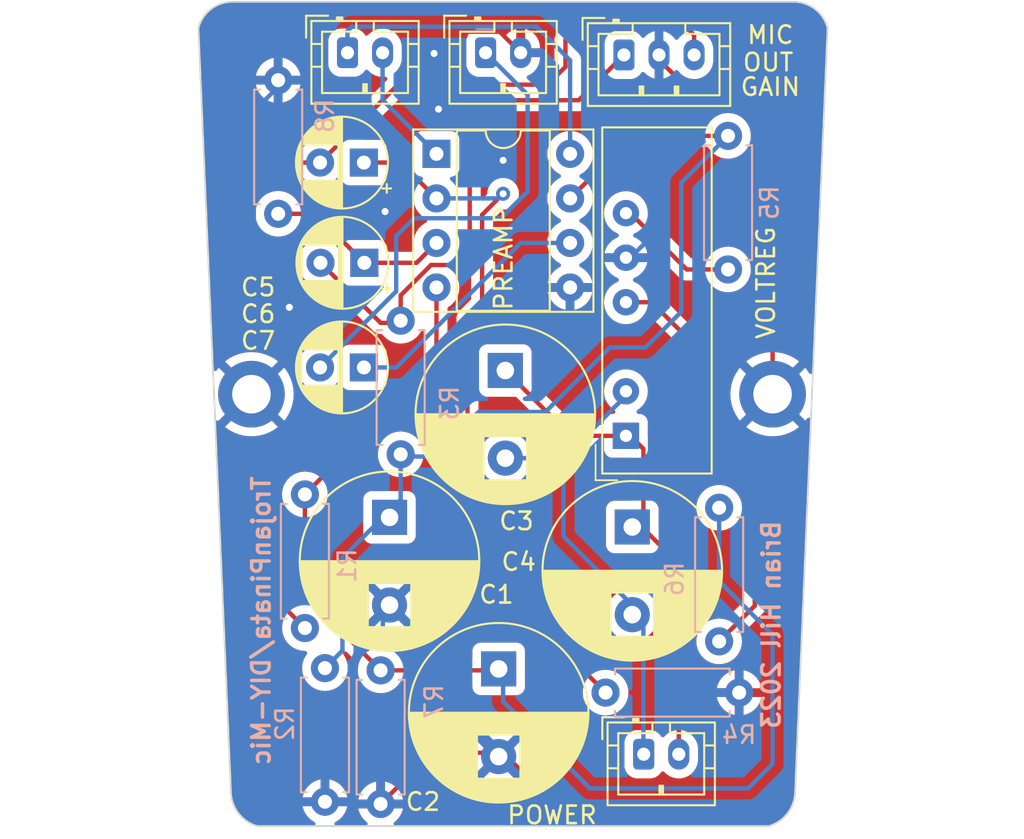
<source format=kicad_pcb>
(kicad_pcb (version 20221018) (generator pcbnew)
  (layers (0 "F.Cu" signal) (31 "B.Cu" signal) (34 "B.Paste" user) (35 "F.Paste" user) (36 "B.SilkS" user "B.Silkscreen") (37 "F.SilkS" user "F.Silkscreen") (38 "B.Mask" user) (39 "F.Mask" user) (44 "Edge.Cuts" user))
  (net 0 "")
  (net 1 "Net-(PREAMP1-Pin_7)")
  (net 2 "Net-(MIC1-Pin_2)")
  (net 3 "Net-(PREAMP1-Pin_4)")
  (net 4 "Net-(POWER1-Pin_2)")
  (net 5 "Net-(POWER1-Pin_1)")
  (net 6 "Net-(PREAMP1-Pin_3)")
  (net 7 "Net-(MIC1-Pin_1)")
  (net 8 "Net-(PREAMP1-Pin_2)")
  (net 9 "Net-(MIC1-Pin_3)")
  (net 10 "Net-(PREAMP1-Pin_6)")
  (net 11 "Net-(OUT1-Pin_1)")
  (net 12 "Net-(GAIN1-Pin_1)")
  (net 13 "Net-(GAIN1-Pin_2)")
  (net 14 "Net-(VOLTREG1-VOUT+)")
  (net 15 "Net-(VOLTREG1-VOUT-)")
  (footprint "Capacitor_THT:CP_Radial_D5.0mm_P2.50mm" (layer "F.Cu") (at 63.206 57.531 180)
    (fp_text reference "C5" (at 6.056 -1.397) (layer "F.SilkS"))
    (fp_text value "22uF")
    (pad "1" thru_hole rect (at 0 0 180) (size 1.6 1.6) (drill 0.8) (layers "*.Cu" "*.Mask") (net 6 "Net-(PREAMP1-Pin_3)"))
    (pad "2" thru_hole circle (at 2.5 0 180) (size 1.6 1.6) (drill 0.8) (layers "*.Cu" "*.Mask") (net 7 "Net-(MIC1-Pin_1)"))
  )
  (footprint "Capacitor_THT:CP_Radial_D5.0mm_P2.50mm" (layer "F.Cu") (at 63.181113 51.816 180)
    (fp_text reference "C6" (at 6.031113 -8.636) (layer "F.SilkS"))
    (fp_text value "22uF")
    (pad "1" thru_hole rect (at 0 0 180) (size 1.6 1.6) (drill 0.8) (layers "*.Cu" "*.Mask") (net 8 "Net-(PREAMP1-Pin_2)"))
    (pad "2" thru_hole circle (at 2.5 0 180) (size 1.6 1.6) (drill 0.8) (layers "*.Cu" "*.Mask") (net 9 "Net-(MIC1-Pin_3)"))
  )
  (footprint "Capacitor_THT:CP_Radial_D10.0mm_P5.00mm" (layer "F.Cu") (at 71.247 63.672323 -90)
    (fp_text reference "C3" (at 8.590677 -0.635) (layer "F.SilkS"))
    (fp_text value "2200uF")
    (pad "1" thru_hole rect (at 0 0 270) (size 2 2) (drill 1) (layers "*.Cu" "*.Mask") (net 4 "Net-(POWER1-Pin_2)"))
    (pad "2" thru_hole circle (at 5 0 270) (size 2 2) (drill 1) (layers "*.Cu" "*.Mask") (net 5 "Net-(POWER1-Pin_1)"))
  )
  (footprint "Capacitor_THT:CP_Radial_D10.0mm_P5.00mm" (layer "F.Cu") (at 64.643 72.049 -90)
    (fp_text reference "C1" (at 4.399677 -6.096) (layer "F.SilkS"))
    (fp_text value "2200uF")
    (pad "1" thru_hole rect (at 0 0 270) (size 2 2) (drill 1) (layers "*.Cu" "*.Mask") (net 1 "Net-(PREAMP1-Pin_7)"))
    (pad "2" thru_hole circle (at 5 0 270) (size 2 2) (drill 1) (layers "*.Cu" "*.Mask") (net 2 "Net-(MIC1-Pin_2)"))
  )
  (footprint "Capacitor_THT:CP_Radial_D10.0mm_P5.00mm" (layer "F.Cu") (at 70.866 80.690323 -90)
    (fp_text reference "C2" (at 7.574677 4.318) (layer "F.SilkS"))
    (fp_text value "2200uF")
    (pad "1" thru_hole rect (at 0 0 270) (size 2 2) (drill 1) (layers "*.Cu" "*.Mask") (net 3 "Net-(PREAMP1-Pin_4)"))
    (pad "2" thru_hole circle (at 5 0 270) (size 2 2) (drill 1) (layers "*.Cu" "*.Mask") (net 2 "Net-(MIC1-Pin_2)"))
  )
  (footprint "Capacitor_THT:CP_Radial_D5.0mm_P2.50mm" (layer "F.Cu") (at 63.181113 63.5 180)
    (fp_text reference "C7" (at 6.031113 1.524) (layer "F.SilkS"))
    (fp_text value "22uF")
    (pad "1" thru_hole rect (at 0 0 180) (size 1.6 1.6) (drill 0.8) (layers "*.Cu" "*.Mask") (net 10 "Net-(PREAMP1-Pin_6)"))
    (pad "2" thru_hole circle (at 2.5 0 180) (size 1.6 1.6) (drill 0.8) (layers "*.Cu" "*.Mask") (net 11 "Net-(OUT1-Pin_1)"))
  )
  (footprint "Connector_JST:JST_PH_B3B-PH-K_1x03_P2.00mm_Vertical" (layer "F.Cu") (at 78.01 45.678)
    (fp_text reference "MIC" (at 8.35 -1.143) (layer "F.SilkS"))
    (fp_text value "Conn_01x03_Socket")
    (pad "1" thru_hole roundrect (at 0 0) (size 1.2 1.75) (drill 0.75) (layers "*.Cu" "*.Mask") (roundrect_rratio 0.2083333333) (net 7 "Net-(MIC1-Pin_1)"))
    (pad "2" thru_hole oval (at 2 0) (size 1.2 1.75) (drill 0.75) (layers "*.Cu" "*.Mask") (net 2 "Net-(MIC1-Pin_2)"))
    (pad "3" thru_hole oval (at 4 0) (size 1.2 1.75) (drill 0.75) (layers "*.Cu" "*.Mask") (net 9 "Net-(MIC1-Pin_3)"))
  )
  (footprint "Capacitor_THT:CP_Radial_D10.0mm_P5.00mm" (layer "F.Cu") (at 78.486 72.597 -90)
    (fp_text reference "C4" (at 1.986677 6.477) (layer "F.SilkS"))
    (fp_text value "2200uF")
    (pad "1" thru_hole rect (at 0 0 270) (size 2 2) (drill 1) (layers "*.Cu" "*.Mask") (net 4 "Net-(POWER1-Pin_2)"))
    (pad "2" thru_hole circle (at 5 0 270) (size 2 2) (drill 1) (layers "*.Cu" "*.Mask") (net 5 "Net-(POWER1-Pin_1)"))
  )
  (footprint "Connector_JST:JST_PH_B2B-PH-K_1x02_P2.00mm_Vertical" (layer "F.Cu") (at 79.137 85.556)
    (fp_text reference "POWER" (at -5.223 3.471) (layer "F.SilkS"))
    (fp_text value "Conn_01x02_Socket")
    (pad "1" thru_hole roundrect (at 0 0) (size 1.2 1.75) (drill 0.75) (layers "*.Cu" "*.Mask") (roundrect_rratio 0.2083333333) (net 5 "Net-(POWER1-Pin_1)"))
    (pad "2" thru_hole oval (at 2 0) (size 1.2 1.75) (drill 0.75) (layers "*.Cu" "*.Mask") (net 4 "Net-(POWER1-Pin_2)"))
  )
  (footprint "Connector_JST:JST_PH_B2B-PH-K_1x02_P2.00mm_Vertical" (layer "F.Cu") (at 70.12 45.551)
    (fp_text reference "OUT" (at 16.113 0.55) (layer "F.SilkS"))
    (fp_text value "Conn_01x02_Socket")
    (pad "1" thru_hole roundrect (at 0 0) (size 1.2 1.75) (drill 0.75) (layers "*.Cu" "*.Mask") (roundrect_rratio 0.2083333333) (net 11 "Net-(OUT1-Pin_1)"))
    (pad "2" thru_hole oval (at 2 0) (size 1.2 1.75) (drill 0.75) (layers "*.Cu" "*.Mask") (net 2 "Net-(MIC1-Pin_2)"))
  )
  (footprint "MountingHole:MountingHole_2.2mm_M2_DIN965_Pad" (layer "F.Cu") (at 56.769 65.024)
    (fp_text reference "REF**" hide)
    (fp_text value "MountingHole_2.2mm_M2_DIN965_Pad")
    (pad "1" thru_hole circle (at 0 0) (size 3.8 3.8) (drill 2.2) (layers "*.Cu" "*.Mask") (net 2 "Net-(MIC1-Pin_2)"))
  )
  (footprint "Connector_JST:JST_PH_B2B-PH-K_1x02_P2.00mm_Vertical" (layer "F.Cu") (at 62.246 45.551)
    (fp_text reference "GAIN" (at 24.114 1.947) (layer "F.SilkS"))
    (fp_text value "Conn_01x02_Socket")
    (pad "1" thru_hole roundrect (at 0 0) (size 1.2 1.75) (drill 0.75) (layers "*.Cu" "*.Mask") (roundrect_rratio 0.2083333333) (net 12 "Net-(GAIN1-Pin_1)"))
    (pad "2" thru_hole oval (at 2 0) (size 1.2 1.75) (drill 0.75) (layers "*.Cu" "*.Mask") (net 13 "Net-(GAIN1-Pin_2)"))
  )
  (footprint "MountingHole:MountingHole_2.2mm_M2_DIN965_Pad" (layer "F.Cu") (at 86.487 65.024)
    (fp_text reference "REF**" hide)
    (fp_text value "MountingHole_2.2mm_M2_DIN965_Pad")
    (pad "1" thru_hole circle (at 0 0) (size 3.8 3.8) (drill 2.2) (layers "*.Cu" "*.Mask") (net 2 "Net-(MIC1-Pin_2)"))
  )
  (footprint "Converter_DCDC:Converter_DCDC_Murata_NMAxxxxSC_THT" (layer "F.Cu") (at 78.1235 67.3995 180)
    (fp_text reference "VOLTREG" (at -7.9825 8.7255 270) (layer "F.SilkS"))
    (fp_text value "NMA0515SC")
    (pad "1" thru_hole rect (at 0 0 180) (size 1.5 1.5) (drill 0.7) (layers "*.Cu" "*.Mask") (net 4 "Net-(POWER1-Pin_2)"))
    (pad "2" thru_hole oval (at 0 2.54 180) (size 1.5 1.5) (drill 0.7) (layers "*.Cu" "*.Mask") (net 5 "Net-(POWER1-Pin_1)"))
    (pad "4" thru_hole oval (at 0 7.62 180) (size 1.5 1.5) (drill 0.7) (layers "*.Cu" "*.Mask") (net 15 "Net-(VOLTREG1-VOUT-)"))
    (pad "5" thru_hole oval (at 0 10.16 180) (size 1.5 1.5) (drill 0.7) (layers "*.Cu" "*.Mask") (net 2 "Net-(MIC1-Pin_2)"))
    (pad "6" thru_hole oval (at 0 12.7 180) (size 1.5 1.5) (drill 0.7) (layers "*.Cu" "*.Mask") (net 14 "Net-(VOLTREG1-VOUT+)"))
  )
  (footprint "Package_DIP:DIP-8_W7.62mm_Socket" (layer "F.Cu") (at 67.32 51.318)
    (fp_text reference "PREAMP" (at 3.82 5.959 90) (layer "F.SilkS"))
    (fp_text value "THAT1512")
    (pad "1" thru_hole rect (at 0 0) (size 1.6 1.6) (drill 0.8) (layers "*.Cu" "*.Mask") (net 13 "Net-(GAIN1-Pin_2)"))
    (pad "2" thru_hole oval (at 0 2.54) (size 1.6 1.6) (drill 0.8) (layers "*.Cu" "*.Mask") (net 8 "Net-(PREAMP1-Pin_2)"))
    (pad "3" thru_hole oval (at 0 5.08) (size 1.6 1.6) (drill 0.8) (layers "*.Cu" "*.Mask") (net 6 "Net-(PREAMP1-Pin_3)"))
    (pad "4" thru_hole oval (at 0 7.62) (size 1.6 1.6) (drill 0.8) (layers "*.Cu" "*.Mask") (net 3 "Net-(PREAMP1-Pin_4)"))
    (pad "5" thru_hole oval (at 7.62 7.62) (size 1.6 1.6) (drill 0.8) (layers "*.Cu" "*.Mask") (net 2 "Net-(MIC1-Pin_2)"))
    (pad "6" thru_hole oval (at 7.62 5.08) (size 1.6 1.6) (drill 0.8) (layers "*.Cu" "*.Mask") (net 10 "Net-(PREAMP1-Pin_6)"))
    (pad "7" thru_hole oval (at 7.62 2.54) (size 1.6 1.6) (drill 0.8) (layers "*.Cu" "*.Mask") (net 1 "Net-(PREAMP1-Pin_7)"))
    (pad "8" thru_hole oval (at 7.62 0) (size 1.6 1.6) (drill 0.8) (layers "*.Cu" "*.Mask") (net 12 "Net-(GAIN1-Pin_1)"))
  )
  (footprint "Resistor_THT:R_Axial_DIN0207_L6.3mm_D2.5mm_P7.62mm_Horizontal" (layer "B.Cu") (at 83.439 79.121 90)
    (fp_text reference "R6" (at 3.556 -2.54 90) (layer "B.SilkS") (effects (justify mirror)))
    (fp_text value "100")
    (pad "1" thru_hole circle (at 0 0 90) (size 1.6 1.6) (drill 0.8) (layers "*.Cu" "*.Mask") (net 15 "Net-(VOLTREG1-VOUT-)"))
    (pad "2" thru_hole oval (at 7.62 0 90) (size 1.6 1.6) (drill 0.8) (layers "*.Cu" "*.Mask") (net 3 "Net-(PREAMP1-Pin_4)"))
  )
  (footprint "Resistor_THT:R_Axial_DIN0207_L6.3mm_D2.5mm_P7.62mm_Horizontal" (layer "B.Cu") (at 60.96 80.645 -90)
    (fp_text reference "R2" (at 3.175 2.286 90) (layer "B.SilkS") (effects (justify mirror)))
    (fp_text value "2.2k")
    (pad "1" thru_hole circle (at 0 0 270) (size 1.6 1.6) (drill 0.8) (layers "*.Cu" "*.Mask") (net 1 "Net-(PREAMP1-Pin_7)"))
    (pad "2" thru_hole oval (at 7.62 0 270) (size 1.6 1.6) (drill 0.8) (layers "*.Cu" "*.Mask") (net 2 "Net-(MIC1-Pin_2)"))
  )
  (footprint "Resistor_THT:R_Axial_DIN0207_L6.3mm_D2.5mm_P7.62mm_Horizontal" (layer "B.Cu") (at 64.135 80.772 -90)
    (fp_text reference "R7" (at 1.778 -3.048 90) (layer "B.SilkS") (effects (justify mirror)))
    (fp_text value "2.2k")
    (pad "1" thru_hole circle (at 0 0 270) (size 1.6 1.6) (drill 0.8) (layers "*.Cu" "*.Mask") (net 3 "Net-(PREAMP1-Pin_4)"))
    (pad "2" thru_hole oval (at 7.62 0 270) (size 1.6 1.6) (drill 0.8) (layers "*.Cu" "*.Mask") (net 2 "Net-(MIC1-Pin_2)"))
  )
  (footprint "Resistor_THT:R_Axial_DIN0207_L6.3mm_D2.5mm_P7.62mm_Horizontal" (layer "B.Cu") (at 83.947 57.912 90)
    (fp_text reference "R5" (at 3.81 2.37 90) (layer "B.SilkS") (effects (justify mirror)))
    (fp_text value "100")
    (pad "1" thru_hole circle (at 0 0 90) (size 1.6 1.6) (drill 0.8) (layers "*.Cu" "*.Mask") (net 14 "Net-(VOLTREG1-VOUT+)"))
    (pad "2" thru_hole oval (at 7.62 0 90) (size 1.6 1.6) (drill 0.8) (layers "*.Cu" "*.Mask") (net 1 "Net-(PREAMP1-Pin_7)"))
  )
  (footprint "Resistor_THT:R_Axial_DIN0207_L6.3mm_D2.5mm_P7.62mm_Horizontal" (layer "B.Cu") (at 58.293 54.737 90)
    (fp_text reference "R8" (at 5.588 2.667 90) (layer "B.SilkS") (effects (justify mirror)))
    (fp_text value "3.9k")
    (pad "1" thru_hole circle (at 0 0 90) (size 1.6 1.6) (drill 0.8) (layers "*.Cu" "*.Mask") (net 6 "Net-(PREAMP1-Pin_3)"))
    (pad "2" thru_hole oval (at 7.62 0 90) (size 1.6 1.6) (drill 0.8) (layers "*.Cu" "*.Mask") (net 2 "Net-(MIC1-Pin_2)"))
  )
  (footprint "Resistor_THT:R_Axial_DIN0207_L6.3mm_D2.5mm_P7.62mm_Horizontal" (layer "B.Cu") (at 59.817 70.739 -90)
    (fp_text reference "R1" (at 4.064 -2.413 90) (layer "B.SilkS") (effects (justify mirror)))
    (fp_text value "2.2k")
    (pad "1" thru_hole circle (at 0 0 270) (size 1.6 1.6) (drill 0.8) (layers "*.Cu" "*.Mask") (net 3 "Net-(PREAMP1-Pin_4)"))
    (pad "2" thru_hole oval (at 7.62 0 270) (size 1.6 1.6) (drill 0.8) (layers "*.Cu" "*.Mask") (net 9 "Net-(MIC1-Pin_3)"))
  )
  (footprint "Resistor_THT:R_Axial_DIN0207_L6.3mm_D2.5mm_P7.62mm_Horizontal" (layer "B.Cu") (at 76.962 82.042)
    (fp_text reference "R4" (at 7.62 2.413) (layer "B.SilkS") (effects (justify mirror)))
    (fp_text value "3.9k")
    (pad "1" thru_hole circle (at 0 0) (size 1.6 1.6) (drill 0.8) (layers "*.Cu" "*.Mask") (net 8 "Net-(PREAMP1-Pin_2)"))
    (pad "2" thru_hole oval (at 7.62 0) (size 1.6 1.6) (drill 0.8) (layers "*.Cu" "*.Mask") (net 2 "Net-(MIC1-Pin_2)"))
  )
  (footprint "Resistor_THT:R_Axial_DIN0207_L6.3mm_D2.5mm_P7.62mm_Horizontal" (layer "B.Cu") (at 65.278 68.453 90)
    (fp_text reference "R3" (at 2.921 2.794 90) (layer "B.SilkS") (effects (justify mirror)))
    (fp_text value "2.2k")
    (pad "1" thru_hole circle (at 0 0 90) (size 1.6 1.6) (drill 0.8) (layers "*.Cu" "*.Mask") (net 1 "Net-(PREAMP1-Pin_7)"))
    (pad "2" thru_hole oval (at 7.62 0 90) (size 1.6 1.6) (drill 0.8) (layers "*.Cu" "*.Mask") (net 7 "Net-(MIC1-Pin_1)"))
  )
  (gr_arc (start 87.77 87.65) (mid 87.354752 88.898661) (end 86.274408 89.649956) (stroke (width 0.1)) (layer "Edge.Cuts"))
  (gr_line (start 89.620499 44.146172) (end 87.77 87.65) (stroke (width 0.1)) (layer "Edge.Cuts"))
  (gr_arc (start 57.096134 89.650115) (mid 56.015418 88.898887) (end 55.6 87.65) (stroke (width 0.1)) (layer "Edge.Cuts"))
  (gr_arc (start 53.748916 44.148424) (mid 54.460899 43.068363) (end 55.685 42.65) (stroke (width 0.1)) (layer "Edge.Cuts"))
  (gr_arc (start 87.685 42.65) (mid 88.908181 43.067651) (end 89.620499 44.146172) (stroke (width 0.1)) (layer "Edge.Cuts"))
  (gr_line (start 71.685 89.65) (end 86.274408 89.649956) (stroke (width 0.1)) (layer "Edge.Cuts"))
  (gr_line (start 55.685 42.65) (end 87.685 42.65) (stroke (width 0.1)) (layer "Edge.Cuts"))
  (gr_line (start 71.685 89.65) (end 57.096134 89.650115) (stroke (width 0.1)) (layer "Edge.Cuts"))
  (gr_line (start 55.6 87.65) (end 53.748916 44.148424) (stroke (width 0.1)) (layer "Edge.Cuts"))
  (gr_text "TrojanPinata/DIY-Mic" (at 57.912 69.596 90) (layer "B.SilkS") (effects (font (size 1 1) (thickness 0.2) bold) (justify left bottom mirror)))
  (gr_text "Brian Hill 2023" (at 86.995 72.136 90) (layer "B.SilkS") (effects (font (size 1 1) (thickness 0.2) bold) (justify left bottom mirror)))
  (segment (start 78.506 50.292) (end 83.947 50.292) (width 0.25) (layer "F.Cu") (net 1))
  (segment (start 74.94 53.858) (end 78.506 50.292) (width 0.25) (layer "F.Cu") (net 1))
  (segment (start 73.533 66.04) (end 77.216 62.357) (width 0.25) (layer "B.Cu") (net 1))
  (segment (start 65.278 68.58) (end 65.278 71.038323) (width 0.25) (layer "B.Cu") (net 1))
  (segment (start 67.183 68.58) (end 69.723 66.04) (width 0.25) (layer "B.Cu") (net 1))
  (segment (start 69.723 66.04) (end 73.533 66.04) (width 0.25) (layer "B.Cu") (net 1))
  (segment (start 81.28 60.325) (end 81.28 52.959) (width 0.25) (layer "B.Cu") (net 1))
  (segment (start 61.958 74.358323) (end 64.262 72.054323) (width 0.25) (layer "B.Cu") (net 1))
  (segment (start 60.96 80.645) (end 61.958 79.647) (width 0.25) (layer "B.Cu") (net 1))
  (segment (start 65.278 71.038323) (end 64.262 72.054323) (width 0.25) (layer "B.Cu") (net 1))
  (segment (start 65.278 68.58) (end 67.183 68.58) (width 0.25) (layer "B.Cu") (net 1))
  (segment (start 61.958 79.647) (end 61.958 74.358323) (width 0.25) (layer "B.Cu") (net 1))
  (segment (start 79.248 62.357) (end 81.28 60.325) (width 0.25) (layer "B.Cu") (net 1))
  (segment (start 77.216 62.357) (end 79.248 62.357) (width 0.25) (layer "B.Cu") (net 1))
  (segment (start 81.28 52.959) (end 83.947 50.292) (width 0.25) (layer "B.Cu") (net 1))
  (segment (start 64.008 88.265) (end 64.135 88.392) (width 0.25) (layer "F.Cu") (net 2))
  (segment (start 60.96 88.265) (end 64.008 88.265) (width 0.25) (layer "F.Cu") (net 2))
  (segment (start 84.582 82.042) (end 84.582 85.598) (width 0.25) (layer "F.Cu") (net 2))
  (segment (start 73.279 87.63) (end 71.12 85.471) (width 0.25) (layer "F.Cu") (net 2))
  (segment (start 80.01 45.953) (end 82.19 48.133) (width 0.25) (layer "F.Cu") (net 2))
  (segment (start 82.55 87.63) (end 73.279 87.63) (width 0.25) (layer "F.Cu") (net 2))
  (segment (start 82.19 48.133) (end 84.709 48.133) (width 0.25) (layer "F.Cu") (net 2))
  (segment (start 84.582 85.598) (end 82.55 87.63) (width 0.25) (layer "F.Cu") (net 2))
  (segment (start 72.12 45.551) (end 70.92 44.351) (width 0.25) (layer "F.Cu") (net 2))
  (segment (start 71.12 85.471) (end 67.056 85.471) (width 0.25) (layer "F.Cu") (net 2))
  (segment (start 84.709 48.133) (end 86.487 49.911) (width 0.25) (layer "F.Cu") (net 2))
  (segment (start 70.92 44.351) (end 68.425 44.351) (width 0.25) (layer "F.Cu") (net 2))
  (segment (start 80.01 45.678) (end 80.01 45.953) (width 0.25) (layer "F.Cu") (net 2))
  (segment (start 67.056 85.471) (end 64.135 88.392) (width 0.25) (layer "F.Cu") (net 2))
  (segment (start 86.487 49.911) (end 86.487 65.024) (width 0.25) (layer "F.Cu") (net 2))
  (segment (start 68.425 44.351) (end 67.183 45.593) (width 0.25) (layer "F.Cu") (net 2))
  (via (at 71.12 51.689) (size 0.8) (drill 0.4) (layers "F.Cu" "B.Cu") (net 2))
  (via (at 67.183 45.593) (size 0.8) (drill 0.4) (layers "F.Cu" "B.Cu") (net 2))
  (via (at 64.389 54.61) (size 0.8) (drill 0.4) (layers "F.Cu" "B.Cu") (net 2))
  (via (at 58.928 60.071) (size 0.8) (drill 0.4) (layers "F.Cu" "B.Cu") (net 2))
  (via (at 67.437 48.768) (size 0.8) (drill 0.4) (layers "F.Cu" "B.Cu") (net 2))
  (segment (start 58.674 47.117) (end 57.549 48.242) (width 0.25) (layer "B.Cu") (net 2))
  (segment (start 68.199 48.768) (end 71.12 51.689) (width 0.25) (layer "B.Cu") (net 2))
  (segment (start 67.183 45.593) (end 67.183 48.514) (width 0.25) (layer "B.Cu") (net 2))
  (segment (start 80.01 45.678) (end 80.01 55.607) (width 0.25) (layer "B.Cu") (net 2))
  (segment (start 65.024 53.975) (end 64.389 54.61) (width 0.25) (layer "B.Cu") (net 2))
  (segment (start 64.262 78.613) (end 64.262 77.054323) (width 0.25) (layer "B.Cu") (net 2))
  (segment (start 56.261 50.546) (end 56.261 57.404) (width 0.25) (layer "B.Cu") (net 2))
  (segment (start 58.674 47.117) (end 61.595 47.117) (width 0.25) (layer "B.Cu") (net 2))
  (segment (start 65.024 50.546) (end 65.024 53.975) (width 0.25) (layer "B.Cu") (net 2))
  (segment (start 67.437 48.768) (end 68.199 48.768) (width 0.25) (layer "B.Cu") (net 2))
  (segment (start 80.01 55.607) (end 78.3775 57.2395) (width 0.25) (layer "B.Cu") (net 2))
  (segment (start 67.183 48.514) (end 67.437 48.768) (width 0.25) (layer "B.Cu") (net 2))
  (segment (start 56.261 49.53) (end 56.261 50.546) (width 0.25) (layer "B.Cu") (net 2))
  (segment (start 61.595 47.117) (end 65.024 50.546) (width 0.25) (layer "B.Cu") (net 2))
  (segment (start 57.549 48.242) (end 57.15 48.641) (width 0.25) (layer "B.Cu") (net 2))
  (segment (start 57.15 48.641) (end 56.261 49.53) (width 0.25) (layer "B.Cu") (net 2))
  (segment (start 71.12 85.471) (end 64.262 78.613) (width 0.25) (layer "B.Cu") (net 2))
  (segment (start 56.261 57.404) (end 58.928 60.071) (width 0.25) (layer "B.Cu") (net 2))
  (segment (start 59.817 70.739) (end 67.32 63.236) (width 0.25) (layer "F.Cu") (net 3))
  (segment (start 59.817 70.739) (end 59.817 76.454) (width 0.25) (layer "F.Cu") (net 3))
  (segment (start 67.32 63.236) (end 67.32 58.938) (width 0.25) (layer "F.Cu") (net 3))
  (segment (start 59.817 76.454) (end 64.135 80.772) (width 0.25) (layer "F.Cu") (net 3))
  (segment (start 70.819 80.772) (end 71.12 80.471) (width 0.25) (layer "F.Cu") (net 3))
  (segment (start 64.135 80.772) (end 70.819 80.772) (width 0.25) (layer "F.Cu") (net 3))
  (segment (start 85.09 87.503) (end 76.073 87.503) (width 0.25) (layer "B.Cu") (net 3))
  (segment (start 83.439 71.501) (end 83.439 75.692) (width 0.25) (layer "B.Cu") (net 3))
  (segment (start 86.487 78.74) (end 86.487 86.106) (width 0.25) (layer "B.Cu") (net 3))
  (segment (start 86.487 86.106) (end 85.09 87.503) (width 0.25) (layer "B.Cu") (net 3))
  (segment (start 83.439 75.692) (end 86.487 78.74) (width 0.25) (layer "B.Cu") (net 3))
  (segment (start 76.073 87.503) (end 71.12 82.55) (width 0.25) (layer "B.Cu") (net 3))
  (segment (start 71.12 82.55) (end 71.12 80.471) (width 0.25) (layer "B.Cu") (net 3))
  (segment (start 79.121 68.143) (end 78.3775 67.3995) (width 0.25) (layer "F.Cu") (net 4))
  (segment (start 78.3775 67.3995) (end 74.974177 67.3995) (width 0.25) (layer "F.Cu") (net 4))
  (segment (start 74.974177 67.3995) (end 71.247 63.672323) (width 0.25) (layer "F.Cu") (net 4))
  (segment (start 79.121 72.689323) (end 79.121 68.143) (width 0.25) (layer "F.Cu") (net 4))
  (segment (start 81.137 74.705323) (end 79.121 72.689323) (width 0.25) (layer "F.Cu") (net 4))
  (segment (start 81.137 85.556) (end 81.137 74.705323) (width 0.25) (layer "F.Cu") (net 4))
  (segment (start 79.121 85.54) (end 79.137 85.556) (width 0.25) (layer "B.Cu") (net 5))
  (segment (start 71.247 68.672323) (end 74.564677 68.672323) (width 0.25) (layer "B.Cu") (net 5))
  (segment (start 74.564677 68.672323) (end 78.3775 64.8595) (width 0.25) (layer "B.Cu") (net 5))
  (segment (start 79.121 77.689323) (end 79.121 85.54) (width 0.25) (layer "B.Cu") (net 5))
  (segment (start 74.564677 73.133) (end 74.564677 68.672323) (width 0.25) (layer "B.Cu") (net 5))
  (segment (start 79.121 77.689323) (end 74.564677 73.133) (width 0.25) (layer "B.Cu") (net 5))
  (segment (start 60.412 54.737) (end 63.206 57.531) (width 0.25) (layer "F.Cu") (net 6))
  (segment (start 66.187 57.531) (end 67.32 56.398) (width 0.25) (layer "F.Cu") (net 6))
  (segment (start 63.206 57.531) (end 66.187 57.531) (width 0.25) (layer "F.Cu") (net 6))
  (segment (start 58.674 54.737) (end 60.412 54.737) (width 0.25) (layer "F.Cu") (net 6))
  (segment (start 65.278 59.389009) (end 67.009009 57.658) (width 0.25) (layer "F.Cu") (net 7))
  (segment (start 70.993 48.26) (end 75.428 48.26) (width 0.25) (layer "F.Cu") (net 7))
  (segment (start 68.58 57.658) (end 69.215 57.023) (width 0.25) (layer "F.Cu") (net 7))
  (segment (start 69.215 50.038) (end 70.993 48.26) (width 0.25) (layer "F.Cu") (net 7))
  (segment (start 64.135 60.96) (end 65.278 60.96) (width 0.25) (layer "F.Cu") (net 7))
  (segment (start 60.706 57.531) (end 64.135 60.96) (width 0.25) (layer "F.Cu") (net 7))
  (segment (start 67.009009 57.658) (end 68.58 57.658) (width 0.25) (layer "F.Cu") (net 7))
  (segment (start 65.278 60.96) (end 65.278 59.389009) (width 0.25) (layer "F.Cu") (net 7))
  (segment (start 69.215 57.023) (end 69.215 50.038) (width 0.25) (layer "F.Cu") (net 7))
  (segment (start 75.428 48.26) (end 78.01 45.678) (width 0.25) (layer "F.Cu") (net 7))
  (segment (start 69.922 54.792) (end 69.922 59.872) (width 0.25) (layer "F.Cu") (net 8))
  (segment (start 65.278 51.816) (end 67.32 53.858) (width 0.25) (layer "F.Cu") (net 8))
  (segment (start 63.181113 51.816) (end 65.278 51.816) (width 0.25) (layer "F.Cu") (net 8))
  (segment (start 69.922 59.872) (end 69.088 60.706) (width 0.25) (layer "F.Cu") (net 8))
  (segment (start 69.088 74.168) (end 76.962 82.042) (width 0.25) (layer "F.Cu") (net 8))
  (segment (start 71.12 53.594) (end 69.922 54.792) (width 0.25) (layer "F.Cu") (net 8))
  (segment (start 69.088 60.706) (end 69.088 74.168) (width 0.25) (layer "F.Cu") (net 8))
  (via (at 71.12 53.594) (size 0.8) (drill 0.4) (layers "F.Cu" "B.Cu") (net 8))
  (segment (start 70.856 53.858) (end 71.12 53.594) (width 0.25) (layer "B.Cu") (net 8))
  (segment (start 67.32 53.858) (end 70.856 53.858) (width 0.25) (layer "B.Cu") (net 8))
  (segment (start 56.896 52.959) (end 56.896 60.706) (width 0.25) (layer "F.Cu") (net 9))
  (segment (start 57.785 69.469) (end 57.785 76.327) (width 0.25) (layer "F.Cu") (net 9))
  (segment (start 74.676 44.831) (end 75.311 44.196) (width 0.25) (layer "F.Cu") (net 9))
  (segment (start 58.674 62.484) (end 58.674 63.083878) (width 0.25) (layer "F.Cu") (net 9))
  (segment (start 81.661 44.196) (end 82.01 44.545) (width 0.25) (layer "F.Cu") (net 9))
  (segment (start 73.66 47.371) (end 74.676 46.355) (width 0.25) (layer "F.Cu") (net 9))
  (segment (start 59.309 63.718878) (end 59.309 67.945) (width 0.25) (layer "F.Cu") (net 9))
  (segment (start 60.681113 51.816) (end 58.039 51.816) (width 0.25) (layer "F.Cu") (net 9))
  (segment (start 59.309 67.945) (end 57.785 69.469) (width 0.25) (layer "F.Cu") (net 9))
  (segment (start 74.676 46.355) (end 74.676 44.831) (width 0.25) (layer "F.Cu") (net 9))
  (segment (start 75.311 44.196) (end 81.661 44.196) (width 0.25) (layer "F.Cu") (net 9))
  (segment (start 58.039 51.816) (end 56.896 52.959) (width 0.25) (layer "F.Cu") (net 9))
  (segment (start 65.126113 47.371) (end 73.66 47.371) (width 0.25) (layer "F.Cu") (net 9))
  (segment (start 56.896 60.706) (end 58.674 62.484) (width 0.25) (layer "F.Cu") (net 9))
  (segment (start 60.681113 51.816) (end 65.126113 47.371) (width 0.25) (layer "F.Cu") (net 9))
  (segment (start 57.785 76.327) (end 59.817 78.359) (width 0.25) (layer "F.Cu") (net 9))
  (segment (start 82.01 44.545) (end 82.01 45.678) (width 0.25) (layer "F.Cu") (net 9))
  (segment (start 58.674 63.083878) (end 59.309 63.718878) (width 0.25) (layer "F.Cu") (net 9))
  (segment (start 65.024 63.5) (end 72.126 56.398) (width 0.25) (layer "B.Cu") (net 10))
  (segment (start 72.126 56.398) (end 74.94 56.398) (width 0.25) (layer "B.Cu") (net 10))
  (segment (start 63.181113 63.5) (end 65.024 63.5) (width 0.25) (layer "B.Cu") (net 10))
  (segment (start 72.517 53.467) (end 72.517 47.948) (width 0.25) (layer "B.Cu") (net 11))
  (segment (start 70.993 54.991) (end 72.517 53.467) (width 0.25) (layer "B.Cu") (net 11))
  (segment (start 65.024 56.007) (end 66.04 54.991) (width 0.25) (layer "B.Cu") (net 11))
  (segment (start 65.024 59.157113) (end 65.024 56.007) (width 0.25) (layer "B.Cu") (net 11))
  (segment (start 60.681113 63.5) (end 65.024 59.157113) (width 0.25) (layer "B.Cu") (net 11))
  (segment (start 66.04 54.991) (end 70.993 54.991) (width 0.25) (layer "B.Cu") (net 11))
  (segment (start 72.517 47.948) (end 70.12 45.551) (width 0.25) (layer "B.Cu") (net 11))
  (segment (start 73.025 44.069) (end 74.94 45.984) (width 0.25) (layer "B.Cu") (net 12))
  (segment (start 62.246 44.307) (end 62.484 44.069) (width 0.25) (layer "B.Cu") (net 12))
  (segment (start 74.94 45.984) (end 74.94 51.318) (width 0.25) (layer "B.Cu") (net 12))
  (segment (start 62.246 45.551) (end 62.246 44.307) (width 0.25) (layer "B.Cu") (net 12))
  (segment (start 62.484 44.069) (end 73.025 44.069) (width 0.25) (layer "B.Cu") (net 12))
  (segment (start 64.246 45.551) (end 64.246 48.244) (width 0.25) (layer "B.Cu") (net 13))
  (segment (start 64.246 48.244) (end 67.32 51.318) (width 0.25) (layer "B.Cu") (net 13))
  (segment (start 83.947 57.912) (end 81.59 57.912) (width 0.25) (layer "F.Cu") (net 14))
  (segment (start 81.59 57.912) (end 78.3775 54.6995) (width 0.25) (layer "F.Cu") (net 14))
  (segment (start 83.439 67.31) (end 85.471 69.342) (width 0.25) (layer "F.Cu") (net 15))
  (segment (start 85.471 69.342) (end 85.471 77.089) (width 0.25) (layer "F.Cu") (net 15))
  (segment (start 78.3775 59.7795) (end 79.5915 59.7795) (width 0.25) (layer "F.Cu") (net 15))
  (segment (start 79.5915 59.7795) (end 83.439 63.627) (width 0.25) (layer "F.Cu") (net 15))
  (segment (start 85.471 77.089) (end 83.439 79.121) (width 0.25) (layer "F.Cu") (net 15))
  (segment (start 83.439 63.627) (end 83.439 67.31) (width 0.25) (layer "F.Cu") (net 15))
  (zone (net 2) (net_name "Net-(MIC1-Pin_2)") (layer "F.Cu") (connect_pads (clearance 0.5)) (min_thickness 0.25) (fill yes (thermal_gap 0.5) (thermal_bridge_width 0.5))
    (polygon (pts (xy 53.594 42.545) (xy 89.789 42.545) (xy 87.884 89.789) (xy 55.499 89.789)))
  )
  (zone (net 2) (net_name "Net-(MIC1-Pin_2)") (layer "B.Cu") (connect_pads (clearance 0.5)) (min_thickness 0.25) (fill yes (thermal_gap 0.5) (thermal_bridge_width 0.5))
    (polygon (pts (xy 53.594 42.545) (xy 89.789 42.545) (xy 87.884 89.789) (xy 55.499 89.789)))
  )
)
</source>
